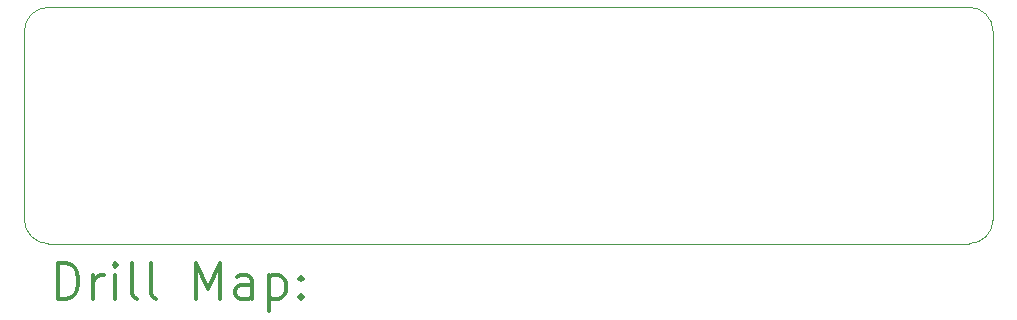
<source format=gbr>
%FSLAX45Y45*%
G04 Gerber Fmt 4.5, Leading zero omitted, Abs format (unit mm)*
G04 Created by KiCad (PCBNEW (5.1.10)-1) date 2022-03-27 16:46:44*
%MOMM*%
%LPD*%
G01*
G04 APERTURE LIST*
%TA.AperFunction,Profile*%
%ADD10C,0.038100*%
%TD*%
%ADD11C,0.200000*%
%ADD12C,0.300000*%
G04 APERTURE END LIST*
D10*
X13400000Y-5800000D02*
X5600000Y-5800000D01*
X13600000Y-7600000D02*
X13600000Y-6000000D01*
X5600000Y-7800000D02*
X13400000Y-7800000D01*
X5400000Y-6000000D02*
X5400000Y-7600000D01*
X13400000Y-5800000D02*
G75*
G02*
X13600000Y-6000000I0J-200000D01*
G01*
X13600000Y-7600000D02*
G75*
G02*
X13400000Y-7800000I-200000J0D01*
G01*
X5600000Y-7800000D02*
G75*
G02*
X5400000Y-7600000I0J200000D01*
G01*
X5400000Y-6000000D02*
G75*
G02*
X5600000Y-5800000I200000J0D01*
G01*
D11*
D12*
X5684523Y-8267619D02*
X5684523Y-7967619D01*
X5755952Y-7967619D01*
X5798809Y-7981905D01*
X5827381Y-8010476D01*
X5841666Y-8039048D01*
X5855952Y-8096191D01*
X5855952Y-8139048D01*
X5841666Y-8196191D01*
X5827381Y-8224762D01*
X5798809Y-8253334D01*
X5755952Y-8267619D01*
X5684523Y-8267619D01*
X5984523Y-8267619D02*
X5984523Y-8067619D01*
X5984523Y-8124762D02*
X5998809Y-8096191D01*
X6013095Y-8081905D01*
X6041666Y-8067619D01*
X6070238Y-8067619D01*
X6170238Y-8267619D02*
X6170238Y-8067619D01*
X6170238Y-7967619D02*
X6155952Y-7981905D01*
X6170238Y-7996191D01*
X6184523Y-7981905D01*
X6170238Y-7967619D01*
X6170238Y-7996191D01*
X6355952Y-8267619D02*
X6327381Y-8253334D01*
X6313095Y-8224762D01*
X6313095Y-7967619D01*
X6513095Y-8267619D02*
X6484523Y-8253334D01*
X6470238Y-8224762D01*
X6470238Y-7967619D01*
X6855952Y-8267619D02*
X6855952Y-7967619D01*
X6955952Y-8181905D01*
X7055952Y-7967619D01*
X7055952Y-8267619D01*
X7327381Y-8267619D02*
X7327381Y-8110476D01*
X7313095Y-8081905D01*
X7284523Y-8067619D01*
X7227381Y-8067619D01*
X7198809Y-8081905D01*
X7327381Y-8253334D02*
X7298809Y-8267619D01*
X7227381Y-8267619D01*
X7198809Y-8253334D01*
X7184523Y-8224762D01*
X7184523Y-8196191D01*
X7198809Y-8167619D01*
X7227381Y-8153334D01*
X7298809Y-8153334D01*
X7327381Y-8139048D01*
X7470238Y-8067619D02*
X7470238Y-8367619D01*
X7470238Y-8081905D02*
X7498809Y-8067619D01*
X7555952Y-8067619D01*
X7584523Y-8081905D01*
X7598809Y-8096191D01*
X7613095Y-8124762D01*
X7613095Y-8210476D01*
X7598809Y-8239048D01*
X7584523Y-8253334D01*
X7555952Y-8267619D01*
X7498809Y-8267619D01*
X7470238Y-8253334D01*
X7741666Y-8239048D02*
X7755952Y-8253334D01*
X7741666Y-8267619D01*
X7727381Y-8253334D01*
X7741666Y-8239048D01*
X7741666Y-8267619D01*
X7741666Y-8081905D02*
X7755952Y-8096191D01*
X7741666Y-8110476D01*
X7727381Y-8096191D01*
X7741666Y-8081905D01*
X7741666Y-8110476D01*
M02*

</source>
